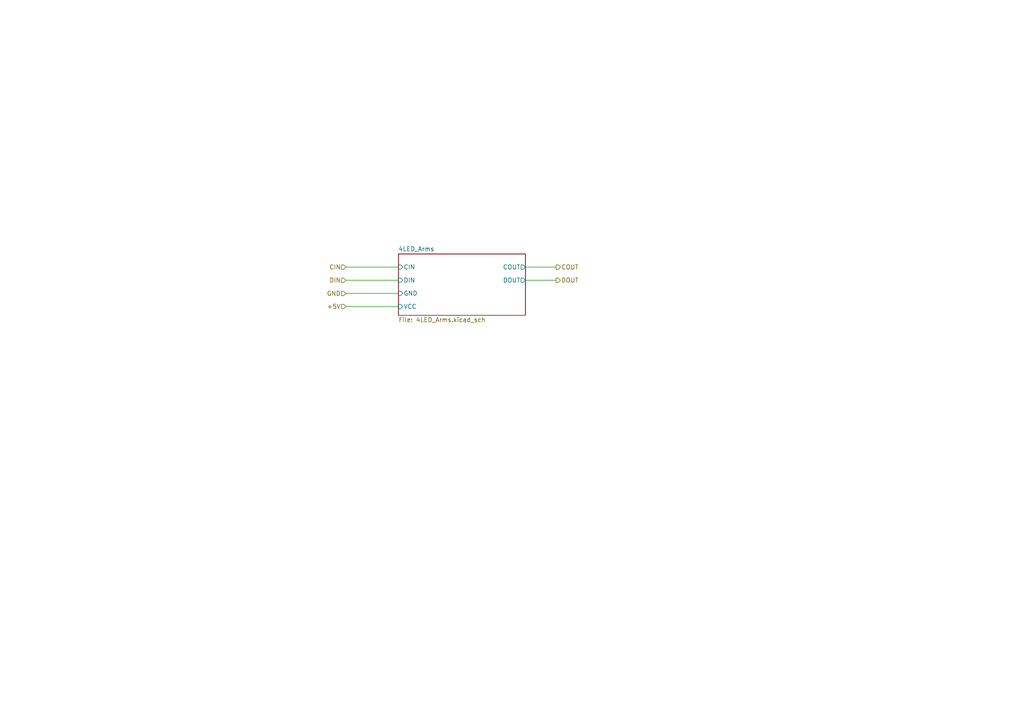
<source format=kicad_sch>
(kicad_sch
	(version 20250114)
	(generator "eeschema")
	(generator_version "9.0")
	(uuid "abd669ef-9595-4a7a-9058-e21c1f64fe4f")
	(paper "A4")
	(lib_symbols)
	(wire
		(pts
			(xy 152.4 77.47) (xy 161.29 77.47)
		)
		(stroke
			(width 0)
			(type default)
		)
		(uuid "0cd590f0-8a23-4954-85ac-eaf453eca736")
	)
	(wire
		(pts
			(xy 100.33 88.9) (xy 115.57 88.9)
		)
		(stroke
			(width 0)
			(type default)
		)
		(uuid "111f2bdf-476d-4736-9cd1-8c47cf2412f4")
	)
	(wire
		(pts
			(xy 100.33 77.47) (xy 115.57 77.47)
		)
		(stroke
			(width 0)
			(type default)
		)
		(uuid "46227edd-70f1-4bc3-a2e8-6bec24271258")
	)
	(wire
		(pts
			(xy 100.33 81.28) (xy 115.57 81.28)
		)
		(stroke
			(width 0)
			(type default)
		)
		(uuid "4d7bdf77-5f25-4cd7-8e63-c89a28ea3ce9")
	)
	(wire
		(pts
			(xy 152.4 81.28) (xy 161.29 81.28)
		)
		(stroke
			(width 0)
			(type default)
		)
		(uuid "81ad70c0-faf7-4964-95bd-fb56b8f6e78a")
	)
	(wire
		(pts
			(xy 100.33 85.09) (xy 115.57 85.09)
		)
		(stroke
			(width 0)
			(type default)
		)
		(uuid "a5ec3278-55da-48ca-beb7-dea50395b2b9")
	)
	(hierarchical_label "CIN"
		(shape input)
		(at 100.33 77.47 180)
		(effects
			(font
				(size 1.27 1.27)
			)
			(justify right)
		)
		(uuid "166db603-878c-45e9-aeef-74c0cadb2875")
	)
	(hierarchical_label "COUT"
		(shape output)
		(at 161.29 77.47 0)
		(effects
			(font
				(size 1.27 1.27)
			)
			(justify left)
		)
		(uuid "3690802a-578c-4d82-aef6-4b8575ee2782")
	)
	(hierarchical_label "DIN"
		(shape input)
		(at 100.33 81.28 180)
		(effects
			(font
				(size 1.27 1.27)
			)
			(justify right)
		)
		(uuid "81de71b6-4064-4bd9-a882-aebf9e62ce48")
	)
	(hierarchical_label "DOUT"
		(shape output)
		(at 161.29 81.28 0)
		(effects
			(font
				(size 1.27 1.27)
			)
			(justify left)
		)
		(uuid "85b9348b-f87c-4396-989b-0fc8e3a12705")
	)
	(hierarchical_label "+5V"
		(shape input)
		(at 100.33 88.9 180)
		(effects
			(font
				(size 1.27 1.27)
			)
			(justify right)
		)
		(uuid "d812addb-cb5b-4acf-99a1-85d8e7661117")
	)
	(hierarchical_label "GND"
		(shape input)
		(at 100.2947 85.1291 180)
		(effects
			(font
				(size 1.27 1.27)
			)
			(justify right)
		)
		(uuid "de5d3655-89cc-4e0e-b653-94983b19a99e")
	)
	(sheet
		(at 115.57 73.66)
		(size 36.83 17.78)
		(exclude_from_sim no)
		(in_bom yes)
		(on_board yes)
		(dnp no)
		(fields_autoplaced yes)
		(stroke
			(width 0.1524)
			(type solid)
		)
		(fill
			(color 0 0 0 0.0000)
		)
		(uuid "3c74e7bc-93cb-469e-8a64-914a78945587")
		(property "Sheetname" "4LED_Arms"
			(at 115.57 72.9484 0)
			(effects
				(font
					(size 1.27 1.27)
				)
				(justify left bottom)
			)
		)
		(property "Sheetfile" "4LED_Arms.kicad_sch"
			(at 115.57 92.0246 0)
			(effects
				(font
					(size 1.27 1.27)
				)
				(justify left top)
			)
		)
		(pin "CIN" input
			(at 115.57 77.47 180)
			(uuid "160bf8b2-b2d5-47af-aa2b-faba4a79b3ac")
			(effects
				(font
					(size 1.27 1.27)
				)
				(justify left)
			)
		)
		(pin "COUT" output
			(at 152.4 77.47 0)
			(uuid "ed432c0f-aba3-446c-a6f4-f20b4002b15d")
			(effects
				(font
					(size 1.27 1.27)
				)
				(justify right)
			)
		)
		(pin "DIN" input
			(at 115.57 81.28 180)
			(uuid "c61f457e-c6fe-4bfc-9328-854243d65d71")
			(effects
				(font
					(size 1.27 1.27)
				)
				(justify left)
			)
		)
		(pin "DOUT" output
			(at 152.4 81.28 0)
			(uuid "58ca4816-7d21-4ea1-8111-f2a3ba9c1073")
			(effects
				(font
					(size 1.27 1.27)
				)
				(justify right)
			)
		)
		(pin "GND" input
			(at 115.57 85.09 180)
			(uuid "5cf64a3d-4f4e-4038-8fb5-b3fa709d3bcb")
			(effects
				(font
					(size 1.27 1.27)
				)
				(justify left)
			)
		)
		(pin "VCC" input
			(at 115.57 88.9 180)
			(uuid "2db6cdcd-681a-4d1c-80e8-cddb5989f463")
			(effects
				(font
					(size 1.27 1.27)
				)
				(justify left)
			)
		)
		(instances
			(project "Smart_Spinner"
				(path "/f709486d-613a-44bb-9859-6d5f77e05693/04119e40-735f-4ba3-ac0c-fbfe989a841b"
					(page "4")
				)
			)
		)
	)
)

</source>
